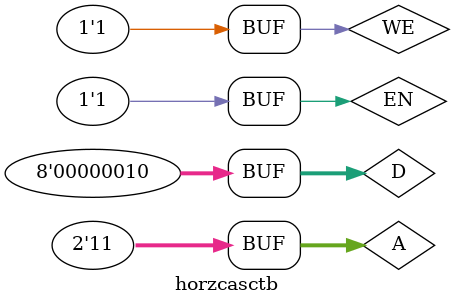
<source format=v>

`timescale 1ns / 1ps

module horzcasctb;

	// Inputs
	reg WE;	reg EN;	reg [1:0] A;	reg [7:0] D;
	// Outputs
	wire [7:0] Q;
	// Instantiate the Unit Under Test (UUT)
	horzcasc uut (	.WE(WE), .EN(EN), .A(A), .D(D), .Q(Q));

	initial begin
		// Initialize Inputs
		WE = 0;
		EN = 0;
		A = 0;
		D = 64;

		// Wait 100 ns for global reset to finish
		#100;
        
		// Add stimulus here
		#200;
        repeat(3)
		begin
			A = A + 1;
			#20;
			D = D + 1;
			#100;
		end
		WE = 1;
		A = 0;
		#100;
		repeat(3)
		begin
			A = A + 1;
			D = A - 1;
			#100;
		end
		EN = 1;
		#100;

	end
      
endmodule


</source>
